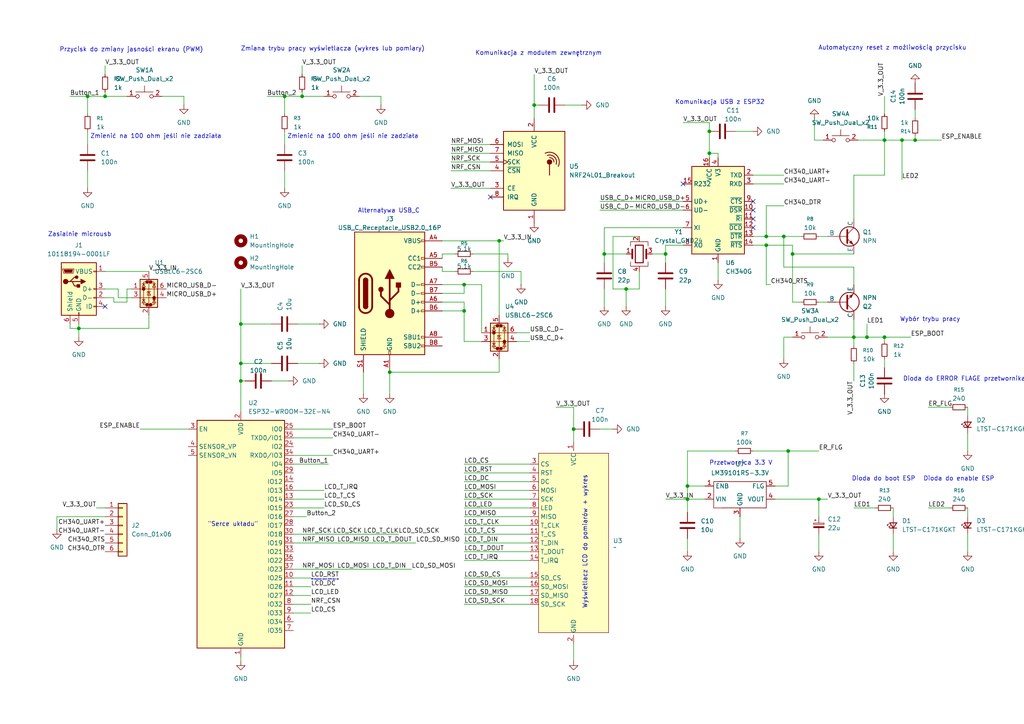
<source format=kicad_sch>
(kicad_sch (version 20250114) (generator "eeschema") (generator_version "9.0")
  (paper "A4")
  (text "Wyświetlacz LCD do pomiarów + wykres" (at 169.672 157.226 90) (effects (font (size 1.27 1.27))))
  (text "Komunikacja z modułem zewnętrznym" (at 156.21 15.494 0) (effects (font (size 1.27 1.27))))
  (text "Zmienić na 100 ohm jeśli nie zadziała" (at 102.362 39.624 0) (effects (font (size 1.27 1.27))))
  (text "Zasialnie microusb" (at 23.114 68.072 0) (effects (font (size 1.27 1.27))))
  (text "Wybór trybu pracy " (at 270.256 92.71 0) (effects (font (size 1.27 1.27))))
  (text "Dioda do enable ESP" (at 278.13 138.938 0) (effects (font (size 1.27 1.27))))
  (text "Automatyczny reset z możliwością przycisku" (at 258.826 13.97 0) (effects (font (size 1.27 1.27))))
  (text "Dioda do boot ESP" (at 256.286 138.938 0) (effects (font (size 1.27 1.27))))
  (text "RST aktywowany stanem niskim (pull up)" (at 94.234 168.148 0) (effects (font (size 0.254 0.254))))
  (text "Alternatywa USB_C" (at 112.776 61.214 0) (effects (font (size 1.27 1.27))))
  (text "Dioda do ERROR FLAGE przetwornika 3,3 V" (at 282.702 109.982 0) (effects (font (size 1.27 1.27))))
  (text "Komunikacja USB z ESP32\n" (at 208.788 29.718 0) (effects (font (size 1.27 1.27))))
  (text "Zmiana trybu pracy wyświetlacza (wykres lub pomiary)" (at 96.52 14.224 0) (effects (font (size 1.27 1.27))))
  (text "Przycisk do zmiany jasności ekranu (PWM)" (at 38.1 14.478 0) (effects (font (size 1.27 1.27))))
  (text "\"Serce układu\"" (at 67.564 152.146 0) (effects (font (size 1.27 1.27))))
  (text "Przetwornica 3.3 V" (at 214.884 134.366 0) (effects (font (size 1.27 1.27))))
  (text "Zmienić na 100 ohm jeśli nie zadziała" (at 45.212 39.624 0) (effects (font (size 1.27 1.27))))
  (junction (at 222.25 68.58))
  (junction (at 237.49 144.78))
  (junction (at 30.48 27.94))
  (junction (at 199.39 144.78))
  (junction (at 181.61 83.82))
  (junction (at 199.39 140.97))
  (junction (at 228.6 130.81))
  (junction (at 144.78 69.85))
  (junction (at 69.85 105.41))
  (junction (at 193.04 73.66))
  (junction (at 247.65 97.79))
  (junction (at 69.85 110.49))
  (junction (at 25.4 27.94))
  (junction (at 222.25 71.12))
  (junction (at 166.37 124.46))
  (junction (at 261.62 40.64))
  (junction (at 205.74 38.1))
  (junction (at 256.54 97.79))
  (junction (at 134.62 82.55))
  (junction (at 154.94 30.48))
  (junction (at 251.46 97.79))
  (junction (at 113.03 107.95))
  (junction (at 134.62 90.17))
  (junction (at 205.74 44.45))
  (junction (at 87.63 27.94))
  (junction (at 175.26 73.66))
  (junction (at 229.87 73.66))
  (junction (at 69.85 93.98))
  (junction (at 227.33 68.58))
  (junction (at 256.54 40.64))
  (junction (at 265.43 40.64))
  (junction (at 22.86 95.25))
  (junction (at 82.55 27.94))
  (no_connect (at 218.44 66.04))
  (no_connect (at 30.48 88.9))
  (no_connect (at 218.44 63.5))
  (no_connect (at 218.44 58.42))
  (no_connect (at 218.44 60.96))
  (no_connect (at 198.12 53.34))
  (no_connect (at 142.24 57.15))
  (wire (pts (xy 40.64 124.46) (xy 54.61 124.46)))
  (wire (pts (xy 222.25 68.58) (xy 227.33 68.58)))
  (wire (pts (xy 199.39 156.21) (xy 199.39 160.02)))
  (wire (pts (xy 134.62 82.55) (xy 134.62 85.09)))
  (wire (pts (xy 22.86 95.25) (xy 22.86 97.79)))
  (wire (pts (xy 134.62 162.56) (xy 153.67 162.56)))
  (wire (pts (xy 134.62 172.72) (xy 153.67 172.72)))
  (wire (pts (xy 85.09 167.64) (xy 90.17 167.64)))
  (wire (pts (xy 259.08 147.32) (xy 259.08 149.86)))
  (wire (pts (xy 175.26 73.66) (xy 181.61 73.66)))
  (wire (pts (xy 256.54 40.64) (xy 261.62 40.64)))
  (wire (pts (xy 218.44 50.8) (xy 227.33 50.8)))
  (wire (pts (xy 208.28 44.45) (xy 208.28 45.72)))
  (wire (pts (xy 247.65 97.79) (xy 251.46 97.79)))
  (wire (pts (xy 53.34 27.94) (xy 53.34 30.48)))
  (wire (pts (xy 128.27 85.09) (xy 134.62 85.09)))
  (wire (pts (xy 227.33 68.58) (xy 232.41 68.58)))
  (wire (pts (xy 181.61 83.82) (xy 181.61 88.9)))
  (wire (pts (xy 213.36 38.1) (xy 218.44 38.1)))
  (wire (pts (xy 25.4 38.1) (xy 25.4 41.91)))
  (wire (pts (xy 205.74 38.1) (xy 205.74 44.45)))
  (wire (pts (xy 128.27 73.66) (xy 132.08 73.66)))
  (wire (pts (xy 280.67 118.11) (xy 280.67 120.65)))
  (wire (pts (xy 69.85 105.41) (xy 69.85 110.49)))
  (wire (pts (xy 43.18 95.25) (xy 22.86 95.25)))
  (wire (pts (xy 130.81 41.91) (xy 142.24 41.91)))
  (wire (pts (xy 30.48 83.82) (xy 34.29 83.82)))
  (wire (pts (xy 144.78 69.85) (xy 128.27 69.85)))
  (wire (pts (xy 128.27 82.55) (xy 134.62 82.55)))
  (wire (pts (xy 218.44 68.58) (xy 222.25 68.58)))
  (wire (pts (xy 222.25 82.55) (xy 223.52 82.55)))
  (wire (pts (xy 128.27 77.47) (xy 128.27 78.74)))
  (wire (pts (xy 154.94 30.48) (xy 154.94 34.29)))
  (wire (pts (xy 222.25 68.58) (xy 222.25 59.69)))
  (wire (pts (xy 128.27 87.63) (xy 134.62 87.63)))
  (wire (pts (xy 85.09 170.18) (xy 90.17 170.18)))
  (wire (pts (xy 247.65 82.55) (xy 247.65 77.47)))
  (wire (pts (xy 113.03 107.95) (xy 144.78 107.95)))
  (wire (pts (xy 228.6 130.81) (xy 228.6 140.97)))
  (wire (pts (xy 222.25 71.12) (xy 222.25 82.55)))
  (wire (pts (xy 177.8 83.82) (xy 181.61 83.82)))
  (wire (pts (xy 166.37 124.46) (xy 166.37 128.27)))
  (wire (pts (xy 236.22 34.29) (xy 236.22 40.64)))
  (wire (pts (xy 175.26 73.66) (xy 175.26 66.04)))
  (wire (pts (xy 85.09 142.24) (xy 93.98 142.24)))
  (wire (pts (xy 85.09 154.94) (xy 115.57 154.94)))
  (wire (pts (xy 20.32 95.25) (xy 22.86 95.25)))
  (wire (pts (xy 134.62 134.62) (xy 153.67 134.62)))
  (wire (pts (xy 193.04 144.78) (xy 199.39 144.78)))
  (wire (pts (xy 85.09 134.62) (xy 95.25 134.62)))
  (wire (pts (xy 163.83 30.48) (xy 168.91 30.48)))
  (wire (pts (xy 229.87 71.12) (xy 229.87 73.66)))
  (wire (pts (xy 85.09 144.78) (xy 93.98 144.78)))
  (wire (pts (xy 82.55 27.94) (xy 87.63 27.94)))
  (wire (pts (xy 130.81 54.61) (xy 142.24 54.61)))
  (wire (pts (xy 205.74 44.45) (xy 205.74 45.72)))
  (wire (pts (xy 229.87 97.79) (xy 227.33 97.79)))
  (wire (pts (xy 104.14 27.94) (xy 110.49 27.94)))
  (wire (pts (xy 25.4 49.53) (xy 25.4 54.61)))
  (wire (pts (xy 227.33 97.79) (xy 227.33 104.14)))
  (wire (pts (xy 238.76 40.64) (xy 236.22 40.64)))
  (wire (pts (xy 34.29 83.82) (xy 34.29 86.36)))
  (wire (pts (xy 25.4 27.94) (xy 30.48 27.94)))
  (wire (pts (xy 30.48 19.05) (xy 30.48 21.59)))
  (wire (pts (xy 224.79 144.78) (xy 237.49 144.78)))
  (wire (pts (xy 193.04 73.66) (xy 193.04 71.12)))
  (wire (pts (xy 175.26 83.82) (xy 175.26 88.9)))
  (wire (pts (xy 161.29 118.11) (xy 166.37 118.11)))
  (wire (pts (xy 33.02 86.36) (xy 33.02 87.63)))
  (wire (pts (xy 237.49 87.63) (xy 240.03 87.63)))
  (wire (pts (xy 105.41 107.95) (xy 105.41 114.3)))
  (wire (pts (xy 247.65 92.71) (xy 247.65 97.79)))
  (wire (pts (xy 269.24 147.32) (xy 275.59 147.32)))
  (wire (pts (xy 87.63 19.05) (xy 87.63 21.59)))
  (wire (pts (xy 30.48 86.36) (xy 33.02 86.36)))
  (wire (pts (xy 199.39 130.81) (xy 213.36 130.81)))
  (wire (pts (xy 137.16 78.74) (xy 151.13 78.74)))
  (wire (pts (xy 237.49 154.94) (xy 237.49 160.02)))
  (wire (pts (xy 218.44 53.34) (xy 227.33 53.34)))
  (wire (pts (xy 240.03 97.79) (xy 247.65 97.79)))
  (wire (pts (xy 27.94 147.32) (xy 30.48 147.32)))
  (wire (pts (xy 69.85 190.5) (xy 69.85 191.77)))
  (wire (pts (xy 256.54 97.79) (xy 264.16 97.79)))
  (wire (pts (xy 237.49 144.78) (xy 240.03 144.78)))
  (wire (pts (xy 16.51 149.86) (xy 16.51 153.67)))
  (wire (pts (xy 175.26 66.04) (xy 198.12 66.04)))
  (wire (pts (xy 261.62 40.64) (xy 261.62 52.07)))
  (wire (pts (xy 85.09 149.86) (xy 88.9 149.86)))
  (wire (pts (xy 177.8 68.58) (xy 177.8 83.82)))
  (wire (pts (xy 144.78 104.14) (xy 144.78 107.95)))
  (wire (pts (xy 173.99 58.42) (xy 198.12 58.42)))
  (wire (pts (xy 269.24 118.11) (xy 275.59 118.11)))
  (wire (pts (xy 69.85 105.41) (xy 78.74 105.41)))
  (wire (pts (xy 193.04 71.12) (xy 198.12 71.12)))
  (wire (pts (xy 227.33 77.47) (xy 227.33 68.58)))
  (wire (pts (xy 134.62 154.94) (xy 153.67 154.94)))
  (wire (pts (xy 33.02 87.63) (xy 36.83 87.63)))
  (wire (pts (xy 151.13 78.74) (xy 151.13 82.55)))
  (wire (pts (xy 144.78 91.44) (xy 144.78 69.85)))
  (wire (pts (xy 85.09 127) (xy 96.52 127)))
  (wire (pts (xy 30.48 78.74) (xy 43.18 78.74)))
  (wire (pts (xy 261.62 40.64) (xy 265.43 40.64)))
  (wire (pts (xy 173.99 124.46) (xy 177.8 124.46)))
  (wire (pts (xy 128.27 78.74) (xy 132.08 78.74)))
  (wire (pts (xy 134.62 149.86) (xy 153.67 149.86)))
  (wire (pts (xy 189.23 73.66) (xy 193.04 73.66)))
  (wire (pts (xy 247.65 50.8) (xy 247.65 63.5)))
  (wire (pts (xy 199.39 140.97) (xy 199.39 130.81)))
  (wire (pts (xy 166.37 124.46) (xy 166.37 118.11)))
  (wire (pts (xy 139.7 82.55) (xy 134.62 82.55)))
  (wire (pts (xy 22.86 93.98) (xy 22.86 95.25)))
  (wire (pts (xy 20.32 93.98) (xy 20.32 95.25)))
  (wire (pts (xy 256.54 97.79) (xy 256.54 99.06)))
  (wire (pts (xy 149.86 96.52) (xy 153.67 96.52)))
  (wire (pts (xy 173.99 60.96) (xy 198.12 60.96)))
  (wire (pts (xy 134.62 99.06) (xy 139.7 99.06)))
  (wire (pts (xy 134.62 170.18) (xy 153.67 170.18)))
  (wire (pts (xy 86.36 105.41) (xy 92.71 105.41)))
  (wire (pts (xy 87.63 26.67) (xy 87.63 27.94)))
  (wire (pts (xy 78.74 110.49) (xy 83.82 110.49)))
  (wire (pts (xy 134.62 147.32) (xy 153.67 147.32)))
  (wire (pts (xy 30.48 149.86) (xy 16.51 149.86)))
  (wire (pts (xy 265.43 34.29) (xy 265.43 31.75)))
  (wire (pts (xy 199.39 144.78) (xy 204.47 144.78)))
  (wire (pts (xy 85.09 175.26) (xy 90.17 175.26)))
  (wire (pts (xy 259.08 154.94) (xy 259.08 160.02)))
  (wire (pts (xy 229.87 73.66) (xy 247.65 73.66)))
  (wire (pts (xy 130.81 49.53) (xy 142.24 49.53)))
  (wire (pts (xy 248.92 40.64) (xy 256.54 40.64)))
  (wire (pts (xy 139.7 96.52) (xy 139.7 82.55)))
  (wire (pts (xy 265.43 40.64) (xy 273.05 40.64)))
  (wire (pts (xy 77.47 27.94) (xy 82.55 27.94)))
  (wire (pts (xy 85.09 147.32) (xy 93.98 147.32)))
  (wire (pts (xy 247.65 147.32) (xy 254 147.32)))
  (wire (pts (xy 69.85 83.82) (xy 69.85 93.98)))
  (wire (pts (xy 199.39 140.97) (xy 199.39 144.78)))
  (wire (pts (xy 185.42 83.82) (xy 185.42 78.74)))
  (wire (pts (xy 134.62 175.26) (xy 153.67 175.26)))
  (wire (pts (xy 134.62 157.48) (xy 153.67 157.48)))
  (wire (pts (xy 280.67 147.32) (xy 280.67 149.86)))
  (wire (pts (xy 128.27 90.17) (xy 134.62 90.17)))
  (wire (pts (xy 199.39 144.78) (xy 199.39 148.59)))
  (wire (pts (xy 204.47 140.97) (xy 199.39 140.97)))
  (wire (pts (xy 193.04 83.82) (xy 193.04 88.9)))
  (wire (pts (xy 85.09 157.48) (xy 120.65 157.48)))
  (wire (pts (xy 205.74 38.1) (xy 205.74 35.56)))
  (wire (pts (xy 134.62 160.02) (xy 153.67 160.02)))
  (wire (pts (xy 46.99 27.94) (xy 53.34 27.94)))
  (wire (pts (xy 30.48 27.94) (xy 36.83 27.94)))
  (wire (pts (xy 251.46 97.79) (xy 256.54 97.79)))
  (wire (pts (xy 134.62 137.16) (xy 153.67 137.16)))
  (wire (pts (xy 69.85 93.98) (xy 69.85 105.41)))
  (wire (pts (xy 185.42 68.58) (xy 177.8 68.58)))
  (wire (pts (xy 214.63 149.86) (xy 214.63 156.21)))
  (wire (pts (xy 43.18 91.44) (xy 43.18 95.25)))
  (wire (pts (xy 229.87 73.66) (xy 229.87 87.63)))
  (wire (pts (xy 134.62 144.78) (xy 153.67 144.78)))
  (wire (pts (xy 85.09 165.1) (xy 119.38 165.1)))
  (wire (pts (xy 134.62 87.63) (xy 134.62 90.17)))
  (wire (pts (xy 110.49 27.94) (xy 110.49 30.48)))
  (wire (pts (xy 154.94 30.48) (xy 156.21 30.48)))
  (wire (pts (xy 85.09 132.08) (xy 96.52 132.08)))
  (wire (pts (xy 113.03 107.95) (xy 113.03 114.3)))
  (wire (pts (xy 222.25 59.69) (xy 227.33 59.69)))
  (wire (pts (xy 85.09 124.46) (xy 96.52 124.46)))
  (wire (pts (xy 228.6 130.81) (xy 237.49 130.81)))
  (wire (pts (xy 82.55 27.94) (xy 82.55 33.02)))
  (wire (pts (xy 34.29 86.36) (xy 38.1 86.36)))
  (wire (pts (xy 256.54 40.64) (xy 256.54 38.1)))
  (wire (pts (xy 205.74 44.45) (xy 208.28 44.45)))
  (wire (pts (xy 256.54 27.94) (xy 256.54 33.02)))
  (wire (pts (xy 130.81 46.99) (xy 142.24 46.99)))
  (wire (pts (xy 280.67 154.94) (xy 280.67 160.02)))
  (wire (pts (xy 147.32 73.66) (xy 147.32 74.93)))
  (wire (pts (xy 193.04 76.2) (xy 193.04 73.66)))
  (wire (pts (xy 208.28 76.2) (xy 208.28 81.28)))
  (wire (pts (xy 20.32 27.94) (xy 25.4 27.94)))
  (wire (pts (xy 69.85 93.98) (xy 78.74 93.98)))
  (wire (pts (xy 256.54 40.64) (xy 256.54 50.8)))
  (wire (pts (xy 256.54 104.14) (xy 256.54 106.68)))
  (wire (pts (xy 229.87 87.63) (xy 232.41 87.63)))
  (wire (pts (xy 85.09 172.72) (xy 90.17 172.72)))
  (wire (pts (xy 247.65 97.79) (xy 247.65 100.33)))
  (wire (pts (xy 30.48 26.67) (xy 30.48 27.94)))
  (wire (pts (xy 134.62 167.64) (xy 153.67 167.64)))
  (wire (pts (xy 175.26 76.2) (xy 175.26 73.66)))
  (wire (pts (xy 198.12 35.56) (xy 205.74 35.56)))
  (wire (pts (xy 144.78 69.85) (xy 146.05 69.85)))
  (wire (pts (xy 87.63 27.94) (xy 93.98 27.94)))
  (wire (pts (xy 218.44 130.81) (xy 228.6 130.81)))
  (wire (pts (xy 247.65 110.49) (xy 247.65 105.41)))
  (wire (pts (xy 130.81 44.45) (xy 142.24 44.45)))
  (wire (pts (xy 218.44 71.12) (xy 222.25 71.12)))
  (wire (pts (xy 85.09 177.8) (xy 90.17 177.8)))
  (wire (pts (xy 247.65 77.47) (xy 227.33 77.47)))
  (wire (pts (xy 82.55 38.1) (xy 82.55 41.91)))
  (wire (pts (xy 280.67 125.73) (xy 280.67 130.81)))
  (wire (pts (xy 128.27 74.93) (xy 128.27 73.66)))
  (wire (pts (xy 69.85 110.49) (xy 69.85 119.38)))
  (wire (pts (xy 134.62 139.7) (xy 153.67 139.7)))
  (wire (pts (xy 247.65 50.8) (xy 256.54 50.8)))
  (wire (pts (xy 149.86 99.06) (xy 153.67 99.06)))
  (wire (pts (xy 222.25 71.12) (xy 229.87 71.12)))
  (wire (pts (xy 181.61 83.82) (xy 185.42 83.82)))
  (wire (pts (xy 25.4 27.94) (xy 25.4 33.02)))
  (wire (pts (xy 137.16 73.66) (xy 147.32 73.66)))
  (wire (pts (xy 36.83 83.82) (xy 38.1 83.82)))
  (wire (pts (xy 224.79 140.97) (xy 228.6 140.97)))
  (wire (pts (xy 82.55 49.53) (xy 82.55 54.61)))
  (wire (pts (xy 154.94 21.59) (xy 154.94 30.48)))
  (wire (pts (xy 36.83 87.63) (xy 36.83 83.82)))
  (wire (pts (xy 134.62 90.17) (xy 134.62 99.06)))
  (wire (pts (xy 237.49 144.78) (xy 237.49 149.86)))
  (wire (pts (xy 265.43 40.64) (xy 265.43 39.37)))
  (wire (pts (xy 69.85 110.49) (xy 71.12 110.49)))
  (wire (pts (xy 134.62 152.4) (xy 153.67 152.4)))
  (wire (pts (xy 251.46 93.98) (xy 251.46 97.79)))
  (wire (pts (xy 166.37 186.69) (xy 166.37 191.77)))
  (wire (pts (xy 86.36 93.98) (xy 92.71 93.98)))
  (wire (pts (xy 134.62 142.24) (xy 153.67 142.24)))
  (wire (pts (xy 237.49 68.58) (xy 240.03 68.58)))
  (label "CH340_UART-" (at 96.52 127 0))
  (label "Button_1" (at 95.25 134.62 180))
  (label "Button_2" (at 88.9 149.86 0))
  (label "USB_C_D+" (at 173.99 58.42 0))
  (label "LCD_T_IRQ" (at 93.98 142.24 0))
  (label "CH340_UART-" (at 227.33 53.34 0))
  (label "LCD_SD_MISO" (at 120.65 157.48 0))
  (label "V_3.3_OUT" (at 161.29 118.11 0))
  (label "V_3.3_OUT" (at 256.54 27.94 90))
  (label "LCD_T_DOUT" (at 134.62 160.02 0))
  (label "LED2" (at 269.24 147.32 0))
  (label "LCD_RST" (at 134.62 137.16 0))
  (label "LCD_SCK" (at 96.52 154.94 0))
  (label "USB_C_D-" (at 173.99 60.96 0))
  (label "USB_C_D+" (at 153.67 99.06 0))
  (label "LCD_CS" (at 90.17 177.8 0))
  (label "CH340_RTS" (at 223.52 82.55 0))
  (label "LCD_SD_CS" (at 134.62 167.64 0))
  (label "MICRO_USB_D+" (at 48.26 86.36 0))
  (label "LCD_LED" (at 90.17 172.72 0))
  (label "LCD_DC" (at 90.17 170.18 0))
  (label "LCD_RST" (at 90.17 167.64 0))
  (label "CH340_UART+" (at 227.33 50.8 0))
  (label "USB_C_D-" (at 153.67 96.52 0))
  (label "V_3.3_OUT" (at 87.63 19.05 0))
  (label "LCD_DC" (at 134.62 139.7 0))
  (label "NRF_MISO" (at 87.63 157.48 0))
  (label "ER_FLG" (at 237.49 130.81 0))
  (label "NRF_CSN" (at 130.81 49.53 0))
  (label "V_3.3_OUT" (at 240.03 144.78 0))
  (label "LCD_MOSI" (at 97.79 165.1 0))
  (label "LCD_LED" (at 134.62 147.32 0))
  (label "LCD_SD_MISO" (at 134.62 172.72 0))
  (label "V_3.3_OUT" (at 198.12 35.56 0))
  (label "LCD_MOSI" (at 134.62 142.24 0))
  (label "LCD_SD_SCK" (at 115.57 154.94 0))
  (label "NRF_MOSI" (at 130.81 41.91 0))
  (label "LCD_SCK" (at 134.62 144.78 0))
  (label "V_3.3_OUT" (at 247.65 110.49 270))
  (label "LCD_SD_SCK" (at 134.62 175.26 0))
  (label "NRF_CSN" (at 90.17 175.26 0))
  (label "V_3.3_OUT" (at 130.81 54.61 0))
  (label "LCD_SD_MOSI" (at 134.62 170.18 0))
  (label "CH340_UART+" (at 30.48 152.4 180))
  (label "ESP_ENABLE" (at 273.05 40.64 0))
  (label "LCD_T_CLK" (at 105.41 154.94 0))
  (label "LCD_T_CS" (at 134.62 154.94 0))
  (label "LCD_T_DIN" (at 134.62 157.48 0))
  (label "V_3.3_OUT" (at 30.48 19.05 0))
  (label "Button_2" (at 77.47 27.94 0))
  (label "MICRO_USB_D-" (at 48.26 83.82 0))
  (label "V_3.3_IN" (at 43.18 78.74 0))
  (label "LED2" (at 261.62 52.07 0))
  (label "CH340_UART-" (at 30.48 154.94 180))
  (label "V_3.3_OUT" (at 154.94 21.59 0))
  (label "LCD_SD_CS" (at 93.98 147.32 0))
  (label "MICRO_USB_D-" (at 184.15 60.96 0))
  (label "NRF_MISO" (at 130.81 44.45 0))
  (label "CH340_DTR" (at 227.33 59.69 0))
  (label "LCD_SD_MOSI" (at 119.38 165.1 0))
  (label "Button_1" (at 20.32 27.94 0))
  (label "V_3.3_OUT" (at 27.94 147.32 180))
  (label "LCD_T_CS" (at 93.98 144.78 0))
  (label "ESP_BOOT" (at 96.52 124.46 0))
  (label "NRF_MOSI" (at 87.63 165.1 0))
  (label "V_3.3_IN" (at 193.04 144.78 0))
  (label "ESP_BOOT" (at 264.16 97.79 0))
  (label "CH340_RTS" (at 30.48 157.48 180))
  (label "CH340_UART+" (at 96.52 132.08 0))
  (label "ER_FLG" (at 269.24 118.11 0))
  (label "LCD_MISO" (at 97.79 157.48 0))
  (label "V_3.3_IN" (at 146.05 69.85 0))
  (label "V_3.3_OUT" (at 69.85 83.82 0))
  (label "LCD_CS" (at 134.62 134.62 0))
  (label "MICRO_USB_D+" (at 184.15 58.42 0))
  (label "CH340_DTR" (at 30.48 160.02 180))
  (label "LED1" (at 247.65 147.32 0))
  (label "LCD_T_CLK" (at 134.62 152.4 0))
  (label "ESP_ENABLE" (at 40.64 124.46 180))
  (label "LCD_MISO" (at 134.62 149.86 0))
  (label "NRF_SCK" (at 130.81 46.99 0))
  (label "LCD_T_DIN" (at 107.95 165.1 0))
  (label "NRF_SCK" (at 87.63 154.94 0))
  (label "LCD_T_IRQ" (at 134.62 162.56 0))
  (label "LCD_T_DOUT" (at 107.95 157.48 0))
  (label "LED1" (at 251.46 93.98 0))
  (symbol (lib_id "power:GND") (at 147.32 74.93 0) (unit 1)
    (property "Reference" "#PWR013" (effects (hide yes)))
    (property "Value" "GND" (at 147.32 80.01 0))
    (property "Description" "Power symbol creates a global label with name \"GND\" , ground" (effects (hide yes)))
  )
  (symbol (lib_id "power:GND") (at 256.54 114.3 0) (unit 1)
    (property "Reference" "#PWR029" (effects (hide yes)))
    (property "Value" "GND" (at 256.54 119.38 0))
    (property "Description" "Power symbol creates a global label with name \"GND\" , ground" (effects (hide yes)))
  )
  (symbol (lib_id "Device:R_Small") (at 234.95 68.58 270) (unit 1)
    (property "Reference" "R8" (at 234.95 63.5 90) (effects (font (size 1.016 1.016))))
    (property "Value" "10k" (at 234.95 66.04 90))
    (property "Footprint" "Resistor_SMD:R_0603_1608Metric" (effects (hide yes)))
    (property "Description" "Resistor, small symbol" (effects (hide yes)))
  )
  (symbol (lib_id "power:GND") (at 199.39 160.02 0) (unit 1)
    (property "Reference" "#PWR022" (effects (hide yes)))
    (property "Value" "GND" (at 199.39 165.1 0))
    (property "Description" "Power symbol creates a global label with name \"GND\" , ground" (effects (hide yes)))
  )
  (symbol (lib_id "Device:R_Small") (at 256.54 101.6 180) (unit 1)
    (property "Reference" "R12" (at 259.08 100.3299 0) (effects (font (size 1.016 1.016)) (justify right)))
    (property "Value" "1k" (at 259.08 102.8699 0) (effects (justify right)))
    (property "Footprint" "Resistor_SMD:R_0603_1608Metric" (effects (hide yes)))
    (property "Description" "Resistor, small symbol" (effects (hide yes)))
  )
  (symbol (lib_id "power:GND") (at 280.67 160.02 0) (unit 1)
    (property "Reference" "#PWR033" (effects (hide yes)))
    (property "Value" "GND" (at 280.67 165.1 0))
    (property "Description" "Power symbol creates a global label with name \"GND\" , ground" (effects (hide yes)))
  )
  (symbol (lib_id "RF_Module:ESP32-WROOM-32E") (at 69.85 154.94 0) (unit 1)
    (property "Reference" "U2" (at 71.9933 116.84 0) (effects (justify left)))
    (property "Value" "ESP32-WROOM-32E-N4" (at 71.9933 119.38 0) (effects (justify left)))
    (property "Footprint" "RF_Module:ESP32-WROOM-32E" (effects (hide yes)))
    (property "Datasheet" "https://www.espressif.com/sites/default/files/documentation/esp32-wroom-32e_esp32-wroom-32ue_datasheet_en.pdf" (effects (hide yes)))
    (property "Description" "RF Module, ESP32-D0WD-V3 SoC, without PSRAM, Wi-Fi 802.11b/g/n, Bluetooth, BLE, 32-bit, 2.7-3.6V, onboard antenna, SMD" (effects (hide yes)))
  )
  (symbol (lib_id "power:GND") (at 110.49 30.48 0) (unit 1)
    (property "Reference" "#PWR011" (effects (hide yes)))
    (property "Value" "GND" (at 110.49 35.56 0))
    (property "Description" "Power symbol creates a global label with name \"GND\" , ground" (effects (hide yes)))
  )
  (symbol (lib_id "power:GND") (at 175.26 88.9 0) (unit 1)
    (property "Reference" "#PWR018" (effects (hide yes)))
    (property "Value" "GND" (at 175.26 93.98 0))
    (property "Description" "Power symbol creates a global label with name \"GND\" , ground" (effects (hide yes)))
  )
  (symbol (lib_id "Device:R_Small") (at 256.54 147.32 90) (unit 1)
    (property "Reference" "R13" (at 256.54 142.24 90) (effects (font (size 1.016 1.016))))
    (property "Value" "240" (at 256.54 144.78 90))
    (property "Footprint" "Resistor_SMD:R_0603_1608Metric" (effects (hide yes)))
    (property "Description" "Resistor, small symbol" (effects (hide yes)))
  )
  (symbol (lib_id "Switch:SW_Push_Dual_x2") (at 99.06 27.94 0) (unit 1)
    (property "Reference" "SW2" (at 99.06 20.32 0))
    (property "Value" "SW_Push_Dual_x2" (at 99.06 22.86 0))
    (property "Footprint" "Button_Switch_THT:SW_PUSH_6mm_H4.3mm" (effects (hide yes)))
    (property "Description" "Push button switch, generic, separate symbols, four pins" (effects (hide yes)))
  )
  (symbol (lib_id "przetwornik_napiecia:LM39101RS") (at 214.63 137.16 0) (unit 1)
    (property "Reference" "U7" (at 214.6363 134.62 0))
    (property "Value" "LM39101RS-3.3V" (at 214.6363 137.16 0))
    (property "Footprint" "Package_TO_SOT_SMD:TO-252-5_TabPin3" (effects (hide yes)))
    (property "Datasheet" "https://www.tme.eu/Document/20c46d6abcb0ae0064a11fff13457ef1/LM3910x.pdf" (effects (hide yes)))
  )
  (symbol (lib_id "Device:Crystal_GND24") (at 185.42 73.66 0) (unit 1)
    (property "Reference" "Y1" (at 196.85 67.2398 0))
    (property "Value" "Crystal_GND24" (at 196.85 69.7798 0))
    (property "Footprint" "Crystal:Crystal_SMD_3225-4Pin_3.2x2.5mm_HandSoldering" (effects (hide yes)))
    (property "Description" "Four pin crystal, GND on pins 2 and 4" (effects (hide yes)))
  )
  (symbol (lib_id "power:GND") (at 25.4 54.61 0) (unit 1)
    (property "Reference" "#PWR03" (effects (hide yes)))
    (property "Value" "GND" (at 25.4 59.69 0))
    (property "Description" "Power symbol creates a global label with name \"GND\" , ground" (effects (hide yes)))
  )
  (symbol (lib_id "power:GND") (at 22.86 97.79 0) (unit 1)
    (property "Reference" "#PWR02" (effects (hide yes)))
    (property "Value" "GND" (at 22.86 102.87 0))
    (property "Description" "Power symbol creates a global label with name \"GND\" , ground" (effects (hide yes)))
  )
  (symbol (lib_id "power:GND") (at 154.94 64.77 0) (unit 1)
    (property "Reference" "#PWR015" (effects (hide yes)))
    (property "Value" "GND" (at 154.94 69.85 0))
    (property "Description" "Power symbol creates a global label with name \"GND\" , ground" (effects (hide yes)))
  )
  (symbol (lib_id "power:GND") (at 166.37 191.77 0) (unit 1)
    (property "Reference" "#PWR016" (effects (hide yes)))
    (property "Value" "GND" (at 166.37 196.85 0))
    (property "Description" "Power symbol creates a global label with name \"GND\" , ground" (effects (hide yes)))
  )
  (symbol (lib_id "power:GND") (at 105.41 114.3 0) (unit 1)
    (property "Reference" "#PWR010" (effects (hide yes)))
    (property "Value" "GND" (at 105.41 119.38 0))
    (property "Description" "Power symbol creates a global label with name \"GND\" , ground" (effects (hide yes)))
  )
  (symbol (lib_id "Device:R_Small") (at 256.54 35.56 0) (mirror x) (unit 1)
    (property "Reference" "R11" (at 251.46 36.83 0) (effects (font (size 1.016 1.016)) (justify left)))
    (property "Value" "10k" (at 251.46 34.29 0) (effects (justify left)))
    (property "Footprint" "Resistor_SMD:R_0603_1608Metric" (effects (hide yes)))
    (property "Description" "Resistor, small symbol" (effects (hide yes)))
  )
  (symbol (lib_id "Device:R_Small") (at 82.55 35.56 180) (unit 1)
    (property "Reference" "R3" (at 85.09 34.2899 0) (effects (font (size 1.016 1.016)) (justify right)))
    (property "Value" "1k" (at 85.09 36.8299 0) (effects (justify right)))
    (property "Footprint" "Resistor_SMD:R_0603_1608Metric" (effects (hide yes)))
    (property "Description" "Resistor, small symbol" (effects (hide yes)))
  )
  (symbol (lib_id "Switch:SW_Push_Dual_x2") (at 234.95 97.79 0) (unit 1)
    (property "Reference" "SW3" (at 234.95 90.17 0))
    (property "Value" "SW_Push_Dual_x2" (at 234.95 92.71 0))
    (property "Footprint" "Button_Switch_THT:SW_PUSH_6mm_H4.3mm" (effects (hide yes)))
    (property "Description" "Push button switch, generic, separate symbols, four pins" (effects (hide yes)))
  )
  (symbol (lib_id "Device:LED_Small") (at 280.67 123.19 90) (unit 1)
    (property "Reference" "D2" (at 283.21 121.8564 90) (effects (justify right)))
    (property "Value" "LTST-C171KGKT" (at 283.21 124.3964 90) (effects (justify right)))
    (property "Footprint" "LED_SMD:LED_0805_2012Metric" (effects (hide yes)))
    (property "Description" "Light emitting diode, small symbol" (effects (hide yes)))
    (property "Sim.Pin" "1=K 2=A" (effects (hide yes)))
  )
  (symbol (lib_id "Device:C") (at 265.43 27.94 0) (mirror x) (unit 1)
    (property "Reference" "C14" (at 259.08 27.94 90))
    (property "Value" "100n" (at 261.62 27.94 90))
    (property "Footprint" "Capacitor_SMD:C_0603_1608Metric_Pad1.08x0.95mm_HandSolder" (effects (hide yes)))
    (property "Description" "Unpolarized capacitor" (effects (hide yes)))
  )
  (symbol (lib_id "Device:C") (at 82.55 45.72 180) (unit 1)
    (property "Reference" "C3" (at 86.36 44.4499 0) (effects (justify right)))
    (property "Value" "100n" (at 86.36 46.9899 0) (effects (justify right)))
    (property "Footprint" "Capacitor_SMD:C_0603_1608Metric_Pad1.08x0.95mm_HandSolder" (effects (hide yes)))
    (property "Description" "Unpolarized capacitor" (effects (hide yes)))
  )
  (symbol (lib_id "power:GND") (at 280.67 130.81 0) (unit 1)
    (property "Reference" "#PWR032" (effects (hide yes)))
    (property "Value" "GND" (at 280.67 135.89 0))
    (property "Description" "Power symbol creates a global label with name \"GND\" , ground" (effects (hide yes)))
  )
  (symbol (lib_id "Switch:SW_Push_Dual_x2") (at 41.91 27.94 0) (unit 1)
    (property "Reference" "SW1" (at 41.91 20.32 0))
    (property "Value" "SW_Push_Dual_x2" (at 41.91 22.86 0))
    (property "Footprint" "Button_Switch_THT:SW_PUSH_6mm_H4.3mm" (effects (hide yes)))
    (property "Description" "Push button switch, generic, separate symbols, four pins" (effects (hide yes)))
  )
  (symbol (lib_id "power:GND") (at 92.71 93.98 90) (unit 1)
    (property "Reference" "#PWR08" (effects (hide yes)))
    (property "Value" "GND" (at 96.52 93.9799 90) (effects (justify right)))
    (property "Description" "Power symbol creates a global label with name \"GND\" , ground" (effects (hide yes)))
  )
  (symbol (lib_id "Interface_USB:CH340G") (at 208.28 60.96 0) (unit 1)
    (property "Reference" "U6" (at 210.4233 76.2 0) (effects (justify left)))
    (property "Value" "CH340G" (at 210.4233 78.74 0) (effects (justify left)))
    (property "Footprint" "Package_SO:SOIC-16_3.9x9.9mm_P1.27mm" (effects (hide yes)))
    (property "Datasheet" "http://www.datasheet5.com/pdf-local-2195953" (effects (hide yes)))
    (property "Description" "USB serial converter, UART, SOIC-16" (effects (hide yes)))
  )
  (symbol (lib_id "Connector:USB_C_Receptacle_USB2.0_16P") (at 113.03 85.09 0) (unit 1)
    (property "Reference" "J3" (at 113.03 63.5 0))
    (property "Value" "USB_C_Receptacle_USB2.0_16P" (at 113.03 66.04 0))
    (property "Footprint" "wyświetlacz lcd:USB_C_Receptacle_TME" (effects (hide yes)))
    (property "Datasheet" "https://www.usb.org/sites/default/files/documents/usb_type-c.zip" (effects (hide yes)))
    (property "Description" "USB 2.0-only 16P Type-C Receptacle connector" (effects (hide yes)))
  )
  (symbol (lib_id "power:GND") (at 177.8 124.46 90) (unit 1)
    (property "Reference" "#PWR019" (effects (hide yes)))
    (property "Value" "GND" (at 181.61 124.4599 90) (effects (justify right)))
    (property "Description" "Power symbol creates a global label with name \"GND\" , ground" (effects (hide yes)))
  )
  (symbol (lib_id "Device:LED_Small") (at 280.67 152.4 90) (unit 1)
    (property "Reference" "D3" (at 283.21 151.0664 90) (effects (justify right)))
    (property "Value" "LTST-C171KGKT" (at 283.21 153.6064 90) (effects (justify right)))
    (property "Footprint" "LED_SMD:LED_0805_2012Metric" (effects (hide yes)))
    (property "Description" "Light emitting diode, small symbol" (effects (hide yes)))
    (property "Sim.Pin" "1=K 2=A" (effects (hide yes)))
  )
  (symbol (lib_id "power:GND") (at 83.82 110.49 90) (unit 1)
    (property "Reference" "#PWR07" (effects (hide yes)))
    (property "Value" "GND" (at 87.63 110.4899 90) (effects (justify right)))
    (property "Description" "Power symbol creates a global label with name \"GND\" , ground" (effects (hide yes)))
  )
  (symbol (lib_id "power:GND") (at 151.13 82.55 0) (unit 1)
    (property "Reference" "#PWR014" (effects (hide yes)))
    (property "Value" "GND" (at 151.13 87.63 0))
    (property "Description" "Power symbol creates a global label with name \"GND\" , ground" (effects (hide yes)))
  )
  (symbol (lib_id "power:GND") (at 237.49 160.02 0) (unit 1)
    (property "Reference" "#PWR028" (effects (hide yes)))
    (property "Value" "GND" (at 237.49 165.1 0))
    (property "Description" "Power symbol creates a global label with name \"GND\" , ground" (effects (hide yes)))
  )
  (symbol (lib_id "Device:R_Small") (at 134.62 73.66 270) (unit 1)
    (property "Reference" "R5" (at 134.62 70.612 90) (effects (font (size 1.016 1.016))))
    (property "Value" "5,1k" (at 134.62 72.136 90))
    (property "Footprint" "Resistor_SMD:R_0603_1608Metric" (effects (hide yes)))
    (property "Description" "Resistor, small symbol" (effects (hide yes)))
  )
  (symbol (lib_id "Connector_Generic:Conn_01x06") (at 35.56 152.4 0) (unit 1)
    (property "Reference" "J2" (at 38.1 152.3999 0) (effects (justify left)))
    (property "Value" "Conn_01x06" (at 38.1 154.9399 0) (effects (justify left)))
    (property "Footprint" "Connector_PinSocket_2.54mm:PinSocket_1x06_P2.54mm_Vertical" (effects (hide yes)))
    (property "Description" "Generic connector, single row, 01x06, script generated (kicad-library-utils/schlib/autogen/connector/)" (effects (hide yes)))
  )
  (symbol (lib_id "power:GND") (at 92.71 105.41 90) (unit 1)
    (property "Reference" "#PWR09" (effects (hide yes)))
    (property "Value" "GND" (at 96.52 105.4099 90) (effects (justify right)))
    (property "Description" "Power symbol creates a global label with name \"GND\" , ground" (effects (hide yes)))
  )
  (symbol (lib_id "Device:R_Small") (at 134.62 78.74 270) (unit 1)
    (property "Reference" "R6" (at 134.62 75.692 90) (effects (font (size 1.016 1.016))))
    (property "Value" "5,1k" (at 134.62 77.216 90))
    (property "Footprint" "Resistor_SMD:R_0603_1608Metric" (effects (hide yes)))
    (property "Description" "Resistor, small symbol" (effects (hide yes)))
  )
  (symbol (lib_id "power:GND") (at 53.34 30.48 0) (unit 1)
    (property "Reference" "#PWR04" (effects (hide yes)))
    (property "Value" "GND" (at 53.34 35.56 0))
    (property "Description" "Power symbol creates a global label with name \"GND\" , ground" (effects (hide yes)))
  )
  (symbol (lib_id "Device:R_Small") (at 278.13 118.11 90) (unit 1)
    (property "Reference" "R15" (at 278.13 113.03 90) (effects (font (size 1.016 1.016))))
    (property "Value" "240" (at 278.13 115.57 90))
    (property "Footprint" "Resistor_SMD:R_0603_1608Metric" (effects (hide yes)))
    (property "Description" "Resistor, small symbol" (effects (hide yes)))
  )
  (symbol (lib_id "Device:C") (at 25.4 45.72 180) (unit 1)
    (property "Reference" "C1" (at 29.21 44.4499 0) (effects (justify right)))
    (property "Value" "100n" (at 29.21 46.9899 0) (effects (justify right)))
    (property "Footprint" "Capacitor_SMD:C_0603_1608Metric_Pad1.08x0.95mm_HandSolder" (effects (hide yes)))
    (property "Description" "Unpolarized capacitor" (effects (hide yes)))
  )
  (symbol (lib_id "power:GND") (at 227.33 104.14 0) (unit 1)
    (property "Reference" "#PWR026" (effects (hide yes)))
    (property "Value" "GND" (at 227.33 109.22 0))
    (property "Description" "Power symbol creates a global label with name \"GND\" , ground" (effects (hide yes)))
  )
  (symbol (lib_id "Device:R_Small") (at 215.9 130.81 270) (unit 1)
    (property "Reference" "R7" (at 215.9 125.73 90) (effects (font (size 1.016 1.016))))
    (property "Value" "100k" (at 215.9 128.27 90))
    (property "Footprint" "Resistor_SMD:R_0603_1608Metric" (effects (hide yes)))
    (property "Description" "Resistor, small symbol" (effects (hide yes)))
  )
  (symbol (lib_id "Device:R_Small") (at 25.4 35.56 180) (unit 1)
    (property "Reference" "R1" (at 27.94 34.2899 0) (effects (font (size 1.016 1.016)) (justify right)))
    (property "Value" "1k" (at 27.94 36.8299 0) (effects (justify right)))
    (property "Footprint" "Resistor_SMD:R_0603_1608Metric" (effects (hide yes)))
    (property "Description" "Resistor, small symbol" (effects (hide yes)))
  )
  (symbol (lib_id "Device:R_Small") (at 87.63 24.13 180) (unit 1)
    (property "Reference" "R4" (at 90.17 22.8599 0) (effects (font (size 1.016 1.016)) (justify right)))
    (property "Value" "1k" (at 90.17 25.3999 0) (effects (justify right)))
    (property "Footprint" "Resistor_SMD:R_0603_1608Metric" (effects (hide yes)))
    (property "Description" "Resistor, small symbol" (effects (hide yes)))
  )
  (symbol (lib_id "Device:C") (at 74.93 110.49 270) (unit 1)
    (property "Reference" "C2" (at 74.93 104.902 90))
    (property "Value" "100n" (at 74.93 107.442 90))
    (property "Footprint" "Capacitor_SMD:C_0603_1608Metric_Pad1.08x0.95mm_HandSolder" (effects (hide yes)))
    (property "Description" "Unpolarized capacitor" (effects (hide yes)))
  )
  (symbol (lib_id "power:GND") (at 208.28 81.28 0) (unit 1)
    (property "Reference" "#PWR023" (effects (hide yes)))
    (property "Value" "GND" (at 208.28 86.36 0))
    (property "Description" "Power symbol creates a global label with name \"GND\" , ground" (effects (hide yes)))
  )
  (symbol (lib_id "power:GND") (at 236.22 34.29 0) (mirror x) (unit 1)
    (property "Reference" "#PWR027" (effects (hide yes)))
    (property "Value" "GND" (at 236.22 29.21 0))
    (property "Description" "Power symbol creates a global label with name \"GND\" , ground" (effects (hide yes)))
  )
  (symbol (lib_id "Device:C") (at 175.26 80.01 0) (unit 1)
    (property "Reference" "C8" (at 179.07 78.7399 0) (effects (justify left)))
    (property "Value" "22p" (at 179.07 81.2799 0) (effects (justify left)))
    (property "Footprint" "Capacitor_SMD:C_0805_2012Metric_Pad1.18x1.45mm_HandSolder" (effects (hide yes)))
    (property "Description" "Unpolarized capacitor" (effects (hide yes)))
    (property "Model" "C0805C220J5GAC7800" (effects (hide yes)))
  )
  (symbol (lib_id "power:GND") (at 265.43 24.13 0) (mirror x) (unit 1)
    (property "Reference" "#PWR031" (effects (hide yes)))
    (property "Value" "GND" (at 265.43 19.05 0))
    (property "Description" "Power symbol creates a global label with name \"GND\" , ground" (effects (hide yes)))
  )
  (symbol (lib_id "Simulation_SPICE:NPN") (at 245.11 68.58 0) (unit 1)
    (property "Reference" "Q1" (at 250.19 67.3099 0) (effects (justify left)))
    (property "Value" "NPN" (at 250.19 69.8499 0) (effects (justify left)))
    (property "Footprint" "Package_TO_SOT_SMD:SOT-23_Handsoldering" (effects (hide yes)))
    (property "Datasheet" "https://ngspice.sourceforge.io/docs/ngspice-html-manual/manual.xhtml#cha_BJTs" (effects (hide yes)))
    (property "Description" "Bipolar transistor symbol for simulation only, substrate tied to the emitter" (effects (hide yes)))
    (property "Sim.Device" "NPN" (effects (hide yes)))
    (property "Sim.Type" "GUMMELPOON" (effects (hide yes)))
    (property "Sim.Pins" "1=C 2=B 3=E" (effects (hide yes)))
  )
  (symbol (lib_id "wyświetlacz LCD:LCD") (at 143.51 130.81 0) (unit 1)
    (property "Reference" "U3" (at 177.8 156.8449 0) (effects (justify left)))
    (property "Value" "~" (at 177.8 158.75 0) (effects (justify left)))
    (property "Footprint" "wyświetlacz lcd:LCD_2_8" (effects (hide yes)))
  )
  (symbol (lib_id "power:GND") (at 168.91 30.48 90) (unit 1)
    (property "Reference" "#PWR017" (effects (hide yes)))
    (property "Value" "GND" (at 172.72 30.4799 90) (effects (justify right)))
    (property "Description" "Power symbol creates a global label with name \"GND\" , ground" (effects (hide yes)))
  )
  (symbol (lib_id "power:GND") (at 181.61 88.9 0) (unit 1)
    (property "Reference" "#PWR020" (effects (hide yes)))
    (property "Value" "GND" (at 181.61 93.98 0))
    (property "Description" "Power symbol creates a global label with name \"GND\" , ground" (effects (hide yes)))
  )
  (symbol (lib_id "Device:C_Polarized_Small") (at 237.49 152.4 0) (unit 1)
    (property "Reference" "C12" (at 240.03 150.5838 0) (effects (justify left)))
    (property "Value" "22u" (at 240.03 153.1238 0) (effects (justify left)))
    (property "Footprint" "Capacitor_Tantalum_SMD:CP_EIA-3528-21_Kemet-B_HandSolder" (effects (hide yes)))
    (property "Description" "Polarized capacitor, small symbol" (effects (hide yes)))
  )
  (symbol (lib_id "power:GND") (at 82.55 54.61 0) (unit 1)
    (property "Reference" "#PWR06" (effects (hide yes)))
    (property "Value" "GND" (at 82.55 59.69 0))
    (property "Description" "Power symbol creates a global label with name \"GND\" , ground" (effects (hide yes)))
  )
  (symbol (lib_id "Simulation_SPICE:NPN") (at 245.11 87.63 0) (mirror x) (unit 1)
    (property "Reference" "Q2" (at 250.19 88.9001 0) (effects (justify left)))
    (property "Value" "NPN" (at 250.19 86.3601 0) (effects (justify left)))
    (property "Footprint" "Package_TO_SOT_SMD:SOT-23_Handsoldering" (effects (hide yes)))
    (property "Datasheet" "https://ngspice.sourceforge.io/docs/ngspice-html-manual/manual.xhtml#cha_BJTs" (effects (hide yes)))
    (property "Description" "Bipolar transistor symbol for simulation only, substrate tied to the emitter" (effects (hide yes)))
    (property "Sim.Device" "NPN" (effects (hide yes)))
    (property "Sim.Type" "GUMMELPOON" (effects (hide yes)))
    (property "Sim.Pins" "1=C 2=B 3=E" (effects (hide yes)))
  )
  (symbol (lib_id "Device:R_Small") (at 234.95 87.63 270) (unit 1)
    (property "Reference" "R9" (at 234.95 82.55 90) (effects (font (size 1.016 1.016))))
    (property "Value" "10k" (at 234.95 85.09 90))
    (property "Footprint" "Resistor_SMD:R_0603_1608Metric" (effects (hide yes)))
    (property "Description" "Resistor, small symbol" (effects (hide yes)))
  )
  (symbol (lib_id "Device:C") (at 170.18 124.46 270) (unit 1)
    (property "Reference" "C7" (at 173.99 119.126 90))
    (property "Value" "100n" (at 173.99 121.666 90))
    (property "Footprint" "Capacitor_SMD:C_0603_1608Metric_Pad1.08x0.95mm_HandSolder" (effects (hide yes)))
    (property "Description" "Unpolarized capacitor" (effects (hide yes)))
  )
  (symbol (lib_id "power:GND") (at 214.63 156.21 0) (unit 1)
    (property "Reference" "#PWR024" (effects (hide yes)))
    (property "Value" "GND" (at 214.63 161.29 0))
    (property "Description" "Power symbol creates a global label with name \"GND\" , ground" (effects (hide yes)))
  )
  (symbol (lib_id "Mechanical:MountingHole") (at 69.85 69.85 0) (unit 1) (in_bom no)
    (property "Reference" "H1" (at 72.39 68.5799 0) (effects (justify left)))
    (property "Value" "MountingHole" (at 72.39 71.1199 0) (effects (justify left)))
    (property "Footprint" "MountingHole:MountingHole_3.2mm_M3" (effects (hide yes)))
    (property "Description" "Mounting Hole without connection" (effects (hide yes)))
  )
  (symbol (lib_id "Device:C") (at 199.39 152.4 180) (unit 1)
    (property "Reference" "C10" (at 203.2 151.1299 0) (effects (justify right)))
    (property "Value" "10u" (at 203.2 153.6699 0) (effects (justify right)))
    (property "Footprint" "Capacitor_SMD:C_0805_2012Metric_Pad1.18x1.45mm_HandSolder" (effects (hide yes)))
    (property "Description" "Unpolarized capacitor" (effects (hide yes)))
  )
  (symbol (lib_id "Device:C") (at 209.55 38.1 270) (unit 1)
    (property "Reference" "C11" (at 212.598 32.004 90))
    (property "Value" "100n" (at 212.598 34.544 90))
    (property "Footprint" "Capacitor_SMD:C_0603_1608Metric_Pad1.08x0.95mm_HandSolder" (effects (hide yes)))
    (property "Description" "Unpolarized capacitor" (effects (hide yes)))
  )
  (symbol (lib_id "Device:C") (at 82.55 93.98 270) (unit 1)
    (property "Reference" "C4" (at 81.2799 90.17 0) (effects (justify right)))
    (property "Value" "10u" (at 83.8199 90.17 0) (effects (justify right)))
    (property "Footprint" "Capacitor_SMD:C_0805_2012Metric_Pad1.18x1.45mm_HandSolder" (effects (hide yes)))
    (property "Description" "Unpolarized capacitor" (effects (hide yes)))
  )
  (symbol (lib_id "Device:R_Small") (at 265.43 36.83 0) (mirror y) (unit 1)
    (property "Reference" "R14" (at 261.112 38.1 0) (effects (font (size 1.016 1.016)) (justify right)))
    (property "Value" "1k" (at 261.112 35.56 0) (effects (justify right)))
    (property "Footprint" "Resistor_SMD:R_0603_1608Metric" (effects (hide yes)))
    (property "Description" "Resistor, small symbol" (effects (hide yes)))
  )
  (symbol (lib_id "Device:R_Small") (at 278.13 147.32 90) (unit 1)
    (property "Reference" "R16" (at 278.13 142.24 90) (effects (font (size 1.016 1.016))))
    (property "Value" "240" (at 278.13 144.78 90))
    (property "Footprint" "Resistor_SMD:R_0603_1608Metric" (effects (hide yes)))
    (property "Description" "Resistor, small symbol" (effects (hide yes)))
  )
  (symbol (lib_id "Connector:USB_B_Micro") (at 22.86 83.82 0) (unit 1)
    (property "Reference" "J1" (at 22.86 71.12 0))
    (property "Value" "10118194-0001LF" (at 22.86 73.66 0))
    (property "Footprint" "Connector_USB:USB_Micro-B_Amphenol_10118194-0001LF_Horizontal" (effects (hide yes)))
    (property "Description" "USB Micro Type B connector" (effects (hide yes)))
  )
  (symbol (lib_id "Device:R_Small") (at 247.65 102.87 0) (unit 1)
    (property "Reference" "R10" (at 250.19 101.5999 0) (effects (font (size 1.016 1.016)) (justify left)))
    (property "Value" "10k" (at 250.19 104.1399 0) (effects (justify left)))
    (property "Footprint" "Resistor_SMD:R_0603_1608Metric" (effects (hide yes)))
    (property "Description" "Resistor, small symbol" (effects (hide yes)))
  )
  (symbol (lib_id "RF:NRF24L01_Breakout") (at 154.94 49.53 0) (unit 1)
    (property "Reference" "U5" (at 165.1 48.2599 0) (effects (justify left)))
    (property "Value" "NRF24L01_Breakout" (at 165.1 50.7999 0) (effects (justify left)))
    (property "Footprint" "RF_Module:nRF24L01_Breakout" (effects (hide yes)))
    (property "Datasheet" "http://www.nordicsemi.com/eng/content/download/2730/34105/file/nRF24L01_Product_Specification_v2_0.pdf" (effects (hide yes)))
    (property "Description" "Ultra low power 2.4GHz RF Transceiver, Carrier PCB" (effects (hide yes)))
  )
  (symbol (lib_id "Device:C") (at 160.02 30.48 270) (unit 1)
    (property "Reference" "C6" (at 160.02 22.86 90))
    (property "Value" "100n" (at 160.02 25.4 90))
    (property "Footprint" "Capacitor_SMD:C_0603_1608Metric_Pad1.08x0.95mm_HandSolder" (effects (hide yes)))
    (property "Description" "Unpolarized capacitor" (effects (hide yes)))
  )
  (symbol (lib_id "power:GND") (at 193.04 88.9 0) (unit 1)
    (property "Reference" "#PWR021" (effects (hide yes)))
    (property "Value" "GND" (at 193.04 93.98 0))
    (property "Description" "Power symbol creates a global label with name \"GND\" , ground" (effects (hide yes)))
  )
  (symbol (lib_id "Switch:SW_Push_Dual_x2") (at 243.84 40.64 0) (unit 1)
    (property "Reference" "SW4" (at 243.84 33.02 0))
    (property "Value" "SW_Push_Dual_x2" (at 243.84 35.56 0))
    (property "Footprint" "Button_Switch_THT:SW_PUSH_6mm_H4.3mm" (effects (hide yes)))
    (property "Description" "Push button switch, generic, separate symbols, four pins" (effects (hide yes)))
  )
  (symbol (lib_id "power:GND") (at 69.85 191.77 0) (unit 1)
    (property "Reference" "#PWR05" (effects (hide yes)))
    (property "Value" "GND" (at 69.85 196.85 0))
    (property "Description" "Power symbol creates a global label with name \"GND\" , ground" (effects (hide yes)))
  )
  (symbol (lib_id "Device:R_Small") (at 30.48 24.13 180) (unit 1)
    (property "Reference" "R2" (at 33.02 22.8599 0) (effects (font (size 1.016 1.016)) (justify right)))
    (property "Value" "1k" (at 33.02 25.3999 0) (effects (justify right)))
    (property "Footprint" "Resistor_SMD:R_0603_1608Metric" (effects (hide yes)))
    (property "Description" "Resistor, small symbol" (effects (hide yes)))
  )
  (symbol (lib_id "Device:C") (at 82.55 105.41 270) (unit 1)
    (property "Reference" "C5" (at 81.2799 101.6 0) (effects (justify right)))
    (property "Value" "10u" (at 83.8199 101.6 0) (effects (justify right)))
    (property "Footprint" "Capacitor_SMD:C_0805_2012Metric_Pad1.18x1.45mm_HandSolder" (effects (hide yes)))
    (property "Description" "Unpolarized capacitor" (effects (hide yes)))
  )
  (symbol (lib_id "Power_Protection:USBLC6-2SC6") (at 144.78 96.52 0) (unit 1)
    (property "Reference" "U4" (at 146.4311 88.9 0) (effects (justify left)))
    (property "Value" "USBLC6-2SC6" (at 146.4311 91.44 0) (effects (justify left)))
    (property "Footprint" "Package_TO_SOT_SMD:SOT-23-6" (effects (hide yes)))
    (property "Datasheet" "https://www.st.com/resource/en/datasheet/usblc6-2.pdf" (effects (hide yes)))
    (property "Description" "Very low capacitance ESD protection diode, 2 data-line, SOT-23-6" (effects (hide yes)))
  )
  (symbol (lib_id "Device:LED_Small") (at 259.08 152.4 90) (unit 1)
    (property "Reference" "D1" (at 261.62 151.0664 90) (effects (justify right)))
    (property "Value" "LTST-C171KGKT" (at 261.62 153.6064 90) (effects (justify right)))
    (property "Footprint" "LED_SMD:LED_0805_2012Metric" (effects (hide yes)))
    (property "Description" "Light emitting diode, small symbol" (effects (hide yes)))
    (property "Sim.Pin" "1=K 2=A" (effects (hide yes)))
  )
  (symbol (lib_id "Power_Protection:USBLC6-2SC6") (at 43.18 83.82 0) (unit 1)
    (property "Reference" "U1" (at 44.8311 76.2 0) (effects (justify left)))
    (property "Value" "USBLC6-2SC6" (at 44.8311 78.74 0) (effects (justify left)))
    (property "Footprint" "Package_TO_SOT_SMD:SOT-23-6" (effects (hide yes)))
    (property "Datasheet" "https://www.st.com/resource/en/datasheet/usblc6-2.pdf" (effects (hide yes)))
    (property "Description" "Very low capacitance ESD protection diode, 2 data-line, SOT-23-6" (effects (hide yes)))
  )
  (symbol (lib_id "power:GND") (at 259.08 160.02 0) (unit 1)
    (property "Reference" "#PWR030" (effects (hide yes)))
    (property "Value" "GND" (at 259.08 165.1 0))
    (property "Description" "Power symbol creates a global label with name \"GND\" , ground" (effects (hide yes)))
  )
  (symbol (lib_id "Device:C") (at 256.54 110.49 0) (unit 1)
    (property "Reference" "C13" (at 250.19 110.49 90))
    (property "Value" "100n" (at 252.73 110.49 90))
    (property "Footprint" "Capacitor_SMD:C_0603_1608Metric_Pad1.08x0.95mm_HandSolder" (effects (hide yes)))
    (property "Description" "Unpolarized capacitor" (effects (hide yes)))
  )
  (symbol (lib_id "power:GND") (at 113.03 114.3 0) (unit 1)
    (property "Reference" "#PWR012" (effects (hide yes)))
    (property "Value" "GND" (at 113.03 119.38 0))
    (property "Description" "Power symbol creates a global label with name \"GND\" , ground" (effects (hide yes)))
  )
  (symbol (lib_id "power:GND") (at 218.44 38.1 90) (unit 1)
    (property "Reference" "#PWR025" (effects (hide yes)))
    (property "Value" "GND" (at 222.25 38.0999 90) (effects (justify right)))
    (property "Description" "Power symbol creates a global label with name \"GND\" , ground" (effects (hide yes)))
  )
  (symbol (lib_id "Mechanical:MountingHole") (at 69.85 76.2 0) (unit 1) (in_bom no)
    (property "Reference" "H2" (at 72.39 74.9299 0) (effects (justify left)))
    (property "Value" "MountingHole" (at 72.39 77.4699 0) (effects (justify left)))
    (property "Footprint" "MountingHole:MountingHole_3.2mm_M3" (effects (hide yes)))
    (property "Description" "Mounting Hole without connection" (effects (hide yes)))
  )
  (symbol (lib_id "power:GND") (at 16.51 153.67 0) (unit 1)
    (property "Reference" "#PWR01" (effects (hide yes)))
    (property "Value" "GND" (at 16.51 158.75 0))
    (property "Description" "Power symbol creates a global label with name \"GND\" , ground" (effects (hide yes)))
  )
  (symbol (lib_id "Device:C") (at 193.04 80.01 0) (unit 1)
    (property "Reference" "C9" (at 196.85 78.7399 0) (effects (justify left)))
    (property "Value" "22p" (at 196.85 81.2799 0) (effects (justify left)))
    (property "Footprint" "Capacitor_SMD:C_0805_2012Metric_Pad1.18x1.45mm_HandSolder" (effects (hide yes)))
    (property "Description" "Unpolarized capacitor" (effects (hide yes)))
    (property "Model" "C0805C220J5GAC7800" (effects (hide yes)))
  )
)
</source>
